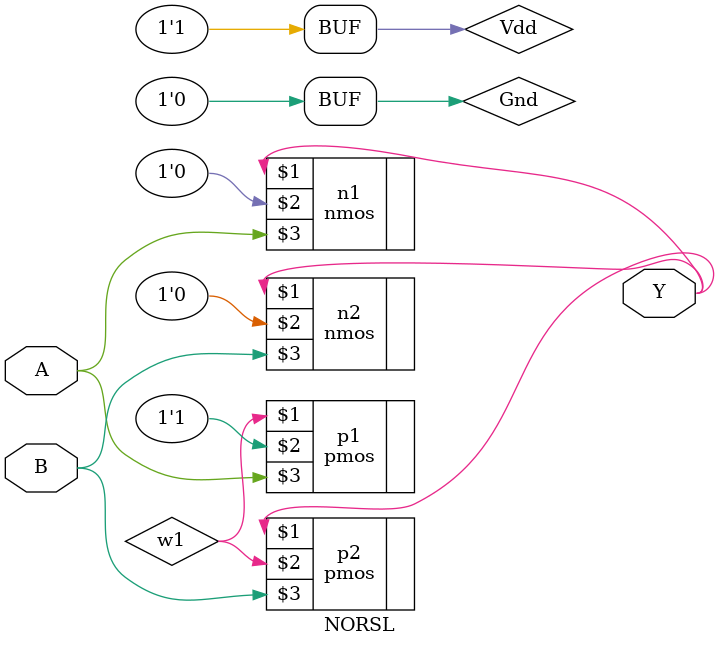
<source format=v>
module NORSL(A,B,Y);
input A,B;
output Y;
supply1 Vdd;
supply0 Gnd;
wire w1;
pmos p1(w1,Vdd,A);
pmos p2(Y,w1,B);
nmos n1(Y,Gnd,A);
nmos n2(Y,Gnd,B);
endmodule

</source>
